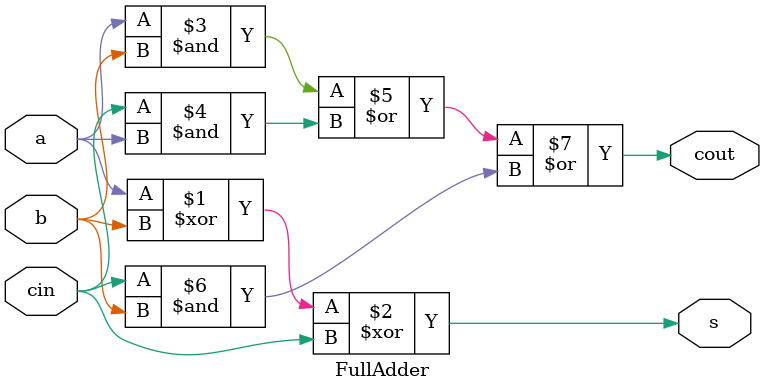
<source format=v>
module FullAdder(
    input cin,
    input a,
    input b,
    output s,
    output cout
    );
    
    assign s = a ^ b ^ cin;
    assign cout = (a & b) | (cin & a) | (cin & b);
    
endmodule
</source>
